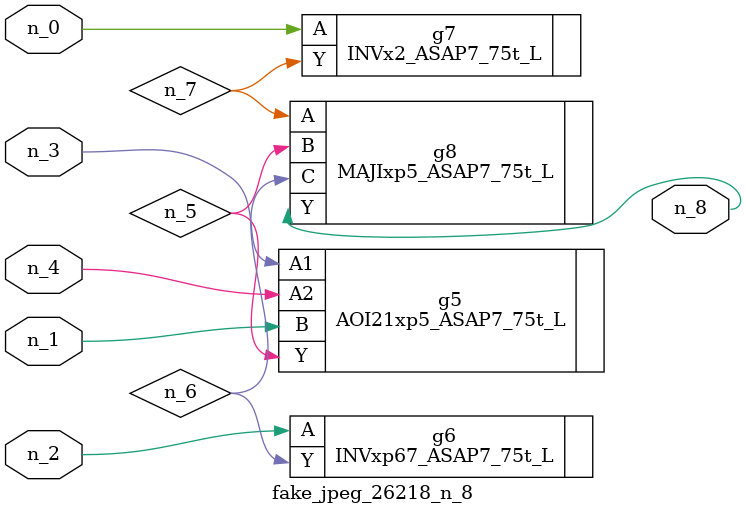
<source format=v>
module fake_jpeg_26218_n_8 (n_3, n_2, n_1, n_0, n_4, n_8);

input n_3;
input n_2;
input n_1;
input n_0;
input n_4;

output n_8;

wire n_6;
wire n_5;
wire n_7;

AOI21xp5_ASAP7_75t_L g5 ( 
.A1(n_3),
.A2(n_4),
.B(n_1),
.Y(n_5)
);

INVxp67_ASAP7_75t_L g6 ( 
.A(n_2),
.Y(n_6)
);

INVx2_ASAP7_75t_L g7 ( 
.A(n_0),
.Y(n_7)
);

MAJIxp5_ASAP7_75t_L g8 ( 
.A(n_7),
.B(n_5),
.C(n_6),
.Y(n_8)
);


endmodule
</source>
